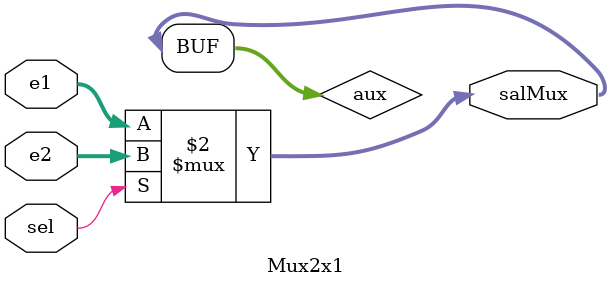
<source format=v>
module Mux2x1 (
    input [31:0] e1,
    input [31:0] e2,
    input wire sel,
    output [31:0] salMux
);

reg [31:0] aux;

always @(*) begin
    aux = (sel) ? e2 : e1;
end

assign salMux = aux;

    
endmodule
</source>
